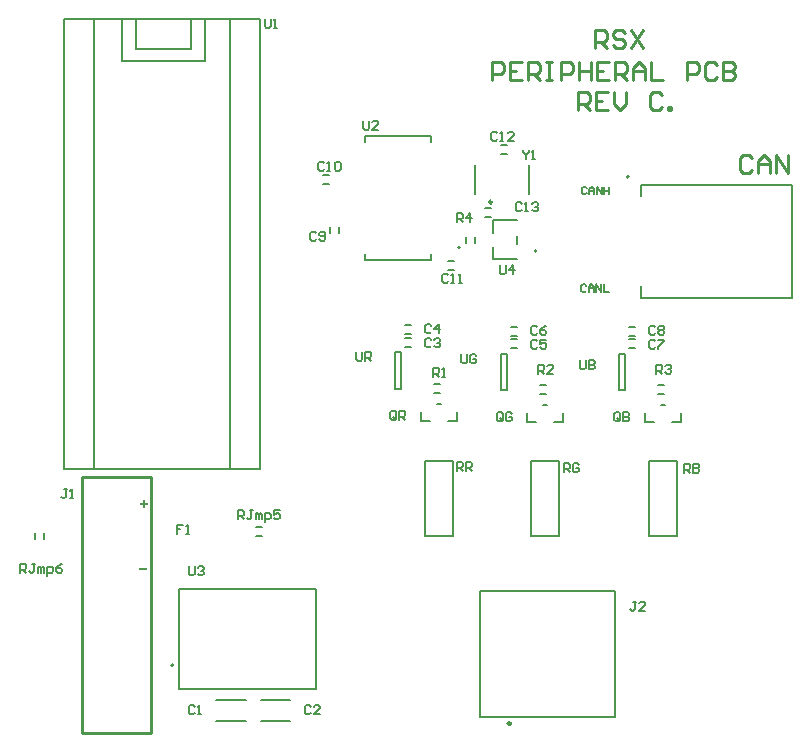
<source format=gto>
G04*
G04 #@! TF.GenerationSoftware,Altium Limited,Altium Designer,24.0.1 (36)*
G04*
G04 Layer_Color=65535*
%FSLAX44Y44*%
%MOMM*%
G71*
G04*
G04 #@! TF.SameCoordinates,B8DB1BF3-7387-46EC-A14D-9CE900C50DFE*
G04*
G04*
G04 #@! TF.FilePolarity,Positive*
G04*
G01*
G75*
%ADD10C,0.2000*%
%ADD11C,0.2500*%
%ADD12C,0.1524*%
%ADD13C,0.2540*%
%ADD14C,0.1270*%
%ADD15C,0.1778*%
%ADD16R,0.7620X0.2540*%
%ADD17R,0.2540X0.7620*%
D10*
X139700Y60700D02*
G03*
X139700Y60700I-1000J0D01*
G01*
X525300Y474500D02*
G03*
X525300Y474500I-1000J0D01*
G01*
X382487Y414267D02*
G03*
X382487Y414267I-1000J0D01*
G01*
X56990Y607900D02*
X200500D01*
X50640Y226900D02*
X211930D01*
X72230D02*
Y607900D01*
X46830Y245950D02*
Y607900D01*
Y226900D02*
Y245950D01*
Y226900D02*
X72230D01*
X46830Y607900D02*
X72230D01*
X213200Y226900D02*
Y607900D01*
X187800Y245950D02*
Y607900D01*
Y226900D02*
Y245950D01*
Y226900D02*
X213200D01*
X187800Y607900D02*
X213200D01*
X166210Y572340D02*
Y607900D01*
X96360Y572340D02*
X166210D01*
X96360D02*
Y607900D01*
X97630D01*
X154780Y582500D02*
Y607900D01*
X107790Y582500D02*
X154780D01*
X107790D02*
Y607900D01*
X395100Y459917D02*
Y483917D01*
X441100Y459917D02*
Y483917D01*
X379800Y267800D02*
Y275040D01*
X349400Y267800D02*
X356840D01*
X372360D02*
X379800D01*
X349400D02*
Y275040D01*
X362860Y281800D02*
X366340D01*
X332100Y294600D02*
Y325600D01*
X327100Y294600D02*
Y325600D01*
Y294600D02*
X332100D01*
X327100Y325600D02*
X332100D01*
X352300Y233300D02*
X376300D01*
Y170300D02*
Y233300D01*
X352300Y170300D02*
Y233300D01*
Y170300D02*
X376300D01*
X416900Y324450D02*
X421900D01*
X416900Y293450D02*
X421900D01*
X416900D02*
Y324450D01*
X421900Y293450D02*
Y324450D01*
X516700Y324450D02*
X521699D01*
X516700Y293450D02*
X521699D01*
X516700D02*
Y324450D01*
X521699Y293450D02*
Y324450D01*
X452660Y280650D02*
X456140D01*
X439200Y266650D02*
Y273890D01*
X462160Y266650D02*
X469600D01*
X439200D02*
X446640D01*
X469600D02*
Y273890D01*
X552460Y280650D02*
X555940D01*
X539000Y266650D02*
Y273890D01*
X561960Y266650D02*
X569400D01*
X539000D02*
X546440D01*
X569400D02*
Y273890D01*
X399600Y17300D02*
X513600D01*
Y123300D01*
X399600D02*
X513600D01*
X399600Y17300D02*
Y123300D01*
X442400Y170300D02*
X466400D01*
X442400D02*
Y233300D01*
X466400Y170300D02*
Y233300D01*
X442400D02*
X466400D01*
X542200Y233300D02*
X566199D01*
Y170300D02*
Y233300D01*
X542200Y170300D02*
Y233300D01*
Y170300D02*
X566199D01*
X176129Y13569D02*
X201191D01*
X176129Y31631D02*
X201191D01*
X213463Y13569D02*
X238525D01*
X213463Y31631D02*
X238525D01*
D11*
X409600Y452918D02*
G03*
X409600Y452918I-1250J0D01*
G01*
X425350Y11300D02*
G03*
X425350Y11300I-1250J0D01*
G01*
D12*
X447212Y411317D02*
G03*
X447212Y411317I-762J0D01*
G01*
X430321Y417439D02*
Y424195D01*
X410255Y437327D02*
X430321D01*
X410255Y426938D02*
Y437327D01*
Y404307D02*
X430321D01*
X410255D02*
Y414696D01*
D13*
X62151Y3716D02*
X120317D01*
X120571Y3970D01*
Y220378D01*
X62151D02*
X120571D01*
X62151Y3716D02*
Y220378D01*
X629443Y489778D02*
X626904Y492318D01*
X621826D01*
X619287Y489778D01*
Y479622D01*
X621826Y477082D01*
X626904D01*
X629443Y479622D01*
X634522Y477082D02*
Y487239D01*
X639600Y492318D01*
X644678Y487239D01*
Y477082D01*
Y484700D01*
X634522D01*
X649757Y477082D02*
Y492318D01*
X659913Y477082D01*
Y492318D01*
X496940Y583640D02*
Y598875D01*
X504557D01*
X507097Y596336D01*
Y591258D01*
X504557Y588718D01*
X496940D01*
X502018D02*
X507097Y583640D01*
X522332Y596336D02*
X519793Y598875D01*
X514714D01*
X512175Y596336D01*
Y593797D01*
X514714Y591258D01*
X519793D01*
X522332Y588718D01*
Y586179D01*
X519793Y583640D01*
X514714D01*
X512175Y586179D01*
X527410Y598875D02*
X537567Y583640D01*
Y598875D02*
X527410Y583640D01*
X481840Y530840D02*
Y546075D01*
X489458D01*
X491997Y543536D01*
Y538457D01*
X489458Y535918D01*
X481840D01*
X486918D02*
X491997Y530840D01*
X507232Y546075D02*
X497075D01*
Y530840D01*
X507232D01*
X497075Y538457D02*
X502153D01*
X512310Y546075D02*
Y535918D01*
X517388Y530840D01*
X522467Y535918D01*
Y546075D01*
X552937Y543536D02*
X550398Y546075D01*
X545320D01*
X542780Y543536D01*
Y533379D01*
X545320Y530840D01*
X550398D01*
X552937Y533379D01*
X558015Y530840D02*
Y533379D01*
X560555D01*
Y530840D01*
X558015D01*
X409840Y556340D02*
Y571575D01*
X417458D01*
X419997Y569036D01*
Y563957D01*
X417458Y561418D01*
X409840D01*
X435232Y571575D02*
X425075D01*
Y556340D01*
X435232D01*
X425075Y563957D02*
X430153D01*
X440310Y556340D02*
Y571575D01*
X447928D01*
X450467Y569036D01*
Y563957D01*
X447928Y561418D01*
X440310D01*
X445388D02*
X450467Y556340D01*
X455545Y571575D02*
X460624D01*
X458084D01*
Y556340D01*
X455545D01*
X460624D01*
X468241D02*
Y571575D01*
X475859D01*
X478398Y569036D01*
Y563957D01*
X475859Y561418D01*
X468241D01*
X483476Y571575D02*
Y556340D01*
Y563957D01*
X493633D01*
Y571575D01*
Y556340D01*
X508868Y571575D02*
X498711D01*
Y556340D01*
X508868D01*
X498711Y563957D02*
X503790D01*
X513946Y556340D02*
Y571575D01*
X521564D01*
X524103Y569036D01*
Y563957D01*
X521564Y561418D01*
X513946D01*
X519025D02*
X524103Y556340D01*
X529181D02*
Y566497D01*
X534260Y571575D01*
X539338Y566497D01*
Y556340D01*
Y563957D01*
X529181D01*
X544417Y571575D02*
Y556340D01*
X554573D01*
X574887D02*
Y571575D01*
X582504D01*
X585043Y569036D01*
Y563957D01*
X582504Y561418D01*
X574887D01*
X600278Y569036D02*
X597739Y571575D01*
X592661D01*
X590122Y569036D01*
Y558879D01*
X592661Y556340D01*
X597739D01*
X600278Y558879D01*
X605357Y571575D02*
Y556340D01*
X612974D01*
X615513Y558879D01*
Y561418D01*
X612974Y563957D01*
X605357D01*
X612974D01*
X615513Y566497D01*
Y569036D01*
X612974Y571575D01*
X605357D01*
D14*
X209260Y177510D02*
X214340D01*
X209260Y169890D02*
X214340D01*
X22290Y167260D02*
Y172340D01*
X29910Y167260D02*
Y172340D01*
X144100Y40700D02*
X260100D01*
X144100D02*
Y125700D01*
X260100D01*
Y40700D02*
Y125700D01*
X535300Y457600D02*
Y467500D01*
X663300D01*
Y371500D02*
Y467500D01*
X535300Y371500D02*
X663300D01*
X535300D02*
Y381400D01*
X301887Y504067D02*
Y509067D01*
X357887D01*
Y504067D02*
Y509067D01*
X301887Y404067D02*
Y409067D01*
Y404067D02*
X357887D01*
Y409067D01*
X403812Y447810D02*
X408892D01*
X403812Y440190D02*
X408892D01*
X525560Y339711D02*
X530640D01*
X525560Y347331D02*
X530640D01*
X525560Y336860D02*
X530640D01*
X525560Y329240D02*
X530640D01*
X425760Y329240D02*
X430840D01*
X425760Y336860D02*
X430840D01*
X425760Y347331D02*
X430840D01*
X425760Y339711D02*
X430840D01*
X335960Y348481D02*
X341040D01*
X335960Y340861D02*
X341040D01*
X335960Y330390D02*
X341040D01*
X335960Y338010D02*
X341040D01*
X417360Y500910D02*
X422440D01*
X417360Y493290D02*
X422440D01*
X360660Y291490D02*
X365740D01*
X360660Y299110D02*
X365740D01*
X371960Y402810D02*
X377040D01*
X371960Y395190D02*
X377040D01*
X394798Y418277D02*
Y423357D01*
X387178Y418277D02*
Y423357D01*
X280226Y426584D02*
Y431664D01*
X272605Y426584D02*
Y431664D01*
X266660Y468490D02*
X271740D01*
X266660Y476110D02*
X271740D01*
X450460Y297960D02*
X455540D01*
X450460Y290340D02*
X455540D01*
X550260Y297960D02*
X555340D01*
X550260Y290340D02*
X555340D01*
X489416Y382036D02*
X488358Y383094D01*
X486242D01*
X485184Y382036D01*
Y377804D01*
X486242Y376746D01*
X488358D01*
X489416Y377804D01*
X491532Y376746D02*
Y380978D01*
X493648Y383094D01*
X495764Y380978D01*
Y376746D01*
Y379920D01*
X491532D01*
X497880Y376746D02*
Y383094D01*
X502112Y376746D01*
Y383094D01*
X504228D02*
Y376746D01*
X508460D01*
X489543Y464586D02*
X488485Y465644D01*
X486369D01*
X485311Y464586D01*
Y460354D01*
X486369Y459296D01*
X488485D01*
X489543Y460354D01*
X491659Y459296D02*
Y463528D01*
X493775Y465644D01*
X495891Y463528D01*
Y459296D01*
Y462470D01*
X491659D01*
X498007Y459296D02*
Y465644D01*
X502239Y459296D01*
Y465644D01*
X504355D02*
Y459296D01*
Y462470D01*
X508587D01*
Y465644D01*
Y459296D01*
D15*
X217022Y608109D02*
Y601761D01*
X218291Y600491D01*
X220830D01*
X222100Y601761D01*
Y608109D01*
X224639Y600491D02*
X227178D01*
X225909D01*
Y608109D01*
X224639Y606839D01*
X49700Y209909D02*
X47161D01*
X48430D01*
Y203561D01*
X47161Y202291D01*
X45891D01*
X44622Y203561D01*
X52239Y202291D02*
X54778D01*
X53509D01*
Y209909D01*
X52239Y208639D01*
X148200Y179709D02*
X143122D01*
Y175900D01*
X145661D01*
X143122D01*
Y172091D01*
X150739D02*
X153278D01*
X152009D01*
Y179709D01*
X150739Y178439D01*
X194026Y184461D02*
Y192078D01*
X197835D01*
X199104Y190809D01*
Y188270D01*
X197835Y187000D01*
X194026D01*
X196565D02*
X199104Y184461D01*
X206722Y192078D02*
X204182D01*
X205452D01*
Y185730D01*
X204182Y184461D01*
X202913D01*
X201643Y185730D01*
X209261Y184461D02*
Y189539D01*
X210530D01*
X211800Y188270D01*
Y184461D01*
Y188270D01*
X213070Y189539D01*
X214339Y188270D01*
Y184461D01*
X216878Y181922D02*
Y189539D01*
X220687D01*
X221957Y188270D01*
Y185730D01*
X220687Y184461D01*
X216878D01*
X229574Y192078D02*
X224496D01*
Y188270D01*
X227035Y189539D01*
X228305D01*
X229574Y188270D01*
Y185730D01*
X228305Y184461D01*
X225765D01*
X224496Y185730D01*
X10126Y138961D02*
Y146578D01*
X13935D01*
X15204Y145309D01*
Y142770D01*
X13935Y141500D01*
X10126D01*
X12665D02*
X15204Y138961D01*
X22822Y146578D02*
X20282D01*
X21552D01*
Y140230D01*
X20282Y138961D01*
X19013D01*
X17743Y140230D01*
X25361Y138961D02*
Y144039D01*
X26630D01*
X27900Y142770D01*
Y138961D01*
Y142770D01*
X29170Y144039D01*
X30439Y142770D01*
Y138961D01*
X32978Y136422D02*
Y144039D01*
X36787D01*
X38057Y142770D01*
Y140230D01*
X36787Y138961D01*
X32978D01*
X45674Y146578D02*
X43135Y145309D01*
X40596Y142770D01*
Y140230D01*
X41866Y138961D01*
X44405D01*
X45674Y140230D01*
Y141500D01*
X44405Y142770D01*
X40596D01*
X152752Y144509D02*
Y138161D01*
X154022Y136891D01*
X156561D01*
X157830Y138161D01*
Y144509D01*
X160370Y143239D02*
X161639Y144509D01*
X164178D01*
X165448Y143239D01*
Y141970D01*
X164178Y140700D01*
X162909D01*
X164178D01*
X165448Y139430D01*
Y138161D01*
X164178Y136891D01*
X161639D01*
X160370Y138161D01*
X547563Y346814D02*
X546293Y348084D01*
X543754D01*
X542484Y346814D01*
Y341736D01*
X543754Y340466D01*
X546293D01*
X547563Y341736D01*
X550102Y346814D02*
X551371Y348084D01*
X553911D01*
X555180Y346814D01*
Y345545D01*
X553911Y344275D01*
X555180Y343006D01*
Y341736D01*
X553911Y340466D01*
X551371D01*
X550102Y341736D01*
Y343006D01*
X551371Y344275D01*
X550102Y345545D01*
Y346814D01*
X551371Y344275D02*
X553911D01*
X547530Y335039D02*
X546261Y336309D01*
X543721D01*
X542452Y335039D01*
Y329961D01*
X543721Y328691D01*
X546261D01*
X547530Y329961D01*
X550069Y336309D02*
X555148D01*
Y335039D01*
X550069Y329961D01*
Y328691D01*
X447730Y335039D02*
X446461Y336309D01*
X443922D01*
X442652Y335039D01*
Y329961D01*
X443922Y328691D01*
X446461D01*
X447730Y329961D01*
X455348Y336309D02*
X450270D01*
Y332500D01*
X452809Y333770D01*
X454078D01*
X455348Y332500D01*
Y329961D01*
X454078Y328691D01*
X451539D01*
X450270Y329961D01*
X447763Y346814D02*
X446493Y348084D01*
X443954D01*
X442684Y346814D01*
Y341736D01*
X443954Y340466D01*
X446493D01*
X447763Y341736D01*
X455380Y348084D02*
X452841Y346814D01*
X450302Y344275D01*
Y341736D01*
X451572Y340466D01*
X454111D01*
X455380Y341736D01*
Y343006D01*
X454111Y344275D01*
X450302D01*
X483852Y318809D02*
Y312461D01*
X485122Y311191D01*
X487661D01*
X488930Y312461D01*
Y318809D01*
X491470D02*
Y311191D01*
X495278D01*
X496548Y312461D01*
Y313730D01*
X495278Y315000D01*
X491470D01*
X495278D01*
X496548Y316270D01*
Y317539D01*
X495278Y318809D01*
X491470D01*
X548352Y307541D02*
Y315159D01*
X552161D01*
X553430Y313889D01*
Y311350D01*
X552161Y310081D01*
X548352D01*
X550891D02*
X553430Y307541D01*
X555969Y313889D02*
X557239Y315159D01*
X559778D01*
X561048Y313889D01*
Y312620D01*
X559778Y311350D01*
X558509D01*
X559778D01*
X561048Y310081D01*
Y308811D01*
X559778Y307541D01*
X557239D01*
X555969Y308811D01*
X518130Y268511D02*
Y273589D01*
X516861Y274859D01*
X514321D01*
X513052Y273589D01*
Y268511D01*
X514321Y267241D01*
X516861D01*
X515591Y269781D02*
X518130Y267241D01*
X516861D02*
X518130Y268511D01*
X520669Y274859D02*
Y267241D01*
X524478D01*
X525748Y268511D01*
Y269781D01*
X524478Y271050D01*
X520669D01*
X524478D01*
X525748Y272320D01*
Y273589D01*
X524478Y274859D01*
X520669D01*
X357963Y347964D02*
X356693Y349234D01*
X354154D01*
X352884Y347964D01*
Y342886D01*
X354154Y341616D01*
X356693D01*
X357963Y342886D01*
X364311Y341616D02*
Y349234D01*
X360502Y345425D01*
X365580D01*
X418330Y268511D02*
Y273589D01*
X417061Y274859D01*
X414521D01*
X413252Y273589D01*
Y268511D01*
X414521Y267241D01*
X417061D01*
X415791Y269781D02*
X418330Y267241D01*
X417061D02*
X418330Y268511D01*
X425948Y273589D02*
X424678Y274859D01*
X422139D01*
X420869Y273589D01*
Y268511D01*
X422139Y267241D01*
X424678D01*
X425948Y268511D01*
Y271050D01*
X423409D01*
X448552Y307541D02*
Y315159D01*
X452361D01*
X453630Y313889D01*
Y311350D01*
X452361Y310081D01*
X448552D01*
X451091D02*
X453630Y307541D01*
X461248D02*
X456170D01*
X461248Y312620D01*
Y313889D01*
X459978Y315159D01*
X457439D01*
X456170Y313889D01*
X383452Y324009D02*
Y317661D01*
X384722Y316391D01*
X387261D01*
X388530Y317661D01*
Y324009D01*
X396148Y322739D02*
X394878Y324009D01*
X392339D01*
X391070Y322739D01*
Y317661D01*
X392339Y316391D01*
X394878D01*
X396148Y317661D01*
Y320200D01*
X393609D01*
X415825Y399433D02*
Y393085D01*
X417095Y391815D01*
X419634D01*
X420904Y393085D01*
Y399433D01*
X427252Y391815D02*
Y399433D01*
X423443Y395624D01*
X428521D01*
X435622Y496626D02*
Y495357D01*
X438161Y492817D01*
X440700Y495357D01*
Y496626D01*
X438161Y492817D02*
Y489009D01*
X443239D02*
X445778D01*
X444509D01*
Y496626D01*
X443239Y495357D01*
X300352Y521609D02*
Y515261D01*
X301622Y513991D01*
X304161D01*
X305430Y515261D01*
Y521609D01*
X313048Y513991D02*
X307970D01*
X313048Y519070D01*
Y520339D01*
X311778Y521609D01*
X309239D01*
X307970Y520339D01*
X379652Y225291D02*
Y232909D01*
X383461D01*
X384730Y231639D01*
Y229100D01*
X383461Y227830D01*
X379652D01*
X382191D02*
X384730Y225291D01*
X387270D02*
Y232909D01*
X391078D01*
X392348Y231639D01*
Y229100D01*
X391078Y227830D01*
X387270D01*
X389809D02*
X392348Y225291D01*
X531630Y114309D02*
X529091D01*
X530361D01*
Y107961D01*
X529091Y106691D01*
X527821D01*
X526552Y107961D01*
X539248Y106691D02*
X534169D01*
X539248Y111770D01*
Y113039D01*
X537978Y114309D01*
X535439D01*
X534169Y113039D01*
X294452Y326309D02*
Y319961D01*
X295722Y318691D01*
X298261D01*
X299530Y319961D01*
Y326309D01*
X302070Y318691D02*
Y326309D01*
X305878D01*
X307148Y325039D01*
Y322500D01*
X305878Y321230D01*
X302070D01*
X304609D02*
X307148Y318691D01*
X470152Y224191D02*
Y231809D01*
X473961D01*
X475230Y230539D01*
Y228000D01*
X473961Y226730D01*
X470152D01*
X472691D02*
X475230Y224191D01*
X482848Y230539D02*
X481578Y231809D01*
X479039D01*
X477770Y230539D01*
Y225461D01*
X479039Y224191D01*
X481578D01*
X482848Y225461D01*
Y228000D01*
X480309D01*
X572152Y223691D02*
Y231309D01*
X575961D01*
X577230Y230039D01*
Y227500D01*
X575961Y226230D01*
X572152D01*
X574691D02*
X577230Y223691D01*
X579770Y231309D02*
Y223691D01*
X583578D01*
X584848Y224961D01*
Y226230D01*
X583578Y227500D01*
X579770D01*
X583578D01*
X584848Y228770D01*
Y230039D01*
X583578Y231309D01*
X579770D01*
X379552Y435691D02*
Y443309D01*
X383361D01*
X384630Y442039D01*
Y439500D01*
X383361Y438230D01*
X379552D01*
X382091D02*
X384630Y435691D01*
X390978D02*
Y443309D01*
X387170Y439500D01*
X392248D01*
X359521Y305141D02*
Y312759D01*
X363330D01*
X364600Y311489D01*
Y308950D01*
X363330Y307680D01*
X359521D01*
X362061D02*
X364600Y305141D01*
X367139D02*
X369678D01*
X368409D01*
Y312759D01*
X367139Y311489D01*
X328530Y269661D02*
Y274739D01*
X327261Y276009D01*
X324721D01*
X323452Y274739D01*
Y269661D01*
X324721Y268391D01*
X327261D01*
X325991Y270930D02*
X328530Y268391D01*
X327261D02*
X328530Y269661D01*
X331069Y268391D02*
Y276009D01*
X334878D01*
X336148Y274739D01*
Y272200D01*
X334878Y270930D01*
X331069D01*
X333609D02*
X336148Y268391D01*
X413756Y511139D02*
X412487Y512409D01*
X409948D01*
X408678Y511139D01*
Y506061D01*
X409948Y504791D01*
X412487D01*
X413756Y506061D01*
X416296Y504791D02*
X418835D01*
X417565D01*
Y512409D01*
X416296Y511139D01*
X427722Y504791D02*
X422644D01*
X427722Y509870D01*
Y511139D01*
X426452Y512409D01*
X423913D01*
X422644Y511139D01*
X434456Y451339D02*
X433187Y452609D01*
X430648D01*
X429378Y451339D01*
Y446261D01*
X430648Y444991D01*
X433187D01*
X434456Y446261D01*
X436996Y444991D02*
X439535D01*
X438265D01*
Y452609D01*
X436996Y451339D01*
X443344D02*
X444613Y452609D01*
X447152D01*
X448422Y451339D01*
Y450070D01*
X447152Y448800D01*
X445883D01*
X447152D01*
X448422Y447530D01*
Y446261D01*
X447152Y444991D01*
X444613D01*
X443344Y446261D01*
X372326Y390839D02*
X371057Y392109D01*
X368517D01*
X367248Y390839D01*
Y385761D01*
X368517Y384491D01*
X371057D01*
X372326Y385761D01*
X374865Y384491D02*
X377404D01*
X376135D01*
Y392109D01*
X374865Y390839D01*
X381213Y384491D02*
X383752D01*
X382483D01*
Y392109D01*
X381213Y390839D01*
X267473Y485652D02*
X266204Y486922D01*
X263665D01*
X262395Y485652D01*
Y480574D01*
X263665Y479304D01*
X266204D01*
X267473Y480574D01*
X270013Y479304D02*
X272552D01*
X271282D01*
Y486922D01*
X270013Y485652D01*
X276361D02*
X277630Y486922D01*
X280169D01*
X281439Y485652D01*
Y480574D01*
X280169Y479304D01*
X277630D01*
X276361Y480574D01*
Y485652D01*
X260730Y426639D02*
X259461Y427909D01*
X256922D01*
X255652Y426639D01*
Y421561D01*
X256922Y420291D01*
X259461D01*
X260730Y421561D01*
X263270D02*
X264539Y420291D01*
X267078D01*
X268348Y421561D01*
Y426639D01*
X267078Y427909D01*
X264539D01*
X263270Y426639D01*
Y425370D01*
X264539Y424100D01*
X268348D01*
X357930Y336189D02*
X356661Y337459D01*
X354122D01*
X352852Y336189D01*
Y331111D01*
X354122Y329841D01*
X356661D01*
X357930Y331111D01*
X360469Y336189D02*
X361739Y337459D01*
X364278D01*
X365548Y336189D01*
Y334920D01*
X364278Y333650D01*
X363009D01*
X364278D01*
X365548Y332380D01*
Y331111D01*
X364278Y329841D01*
X361739D01*
X360469Y331111D01*
X255930Y25439D02*
X254661Y26709D01*
X252122D01*
X250852Y25439D01*
Y20361D01*
X252122Y19091D01*
X254661D01*
X255930Y20361D01*
X263548Y19091D02*
X258470D01*
X263548Y24170D01*
Y25439D01*
X262278Y26709D01*
X259739D01*
X258470Y25439D01*
X157900Y25639D02*
X156630Y26909D01*
X154091D01*
X152822Y25639D01*
Y20561D01*
X154091Y19291D01*
X156630D01*
X157900Y20561D01*
X160439Y19291D02*
X162978D01*
X161709D01*
Y26909D01*
X160439Y25639D01*
D16*
X114475Y197391D02*
D03*
X114348Y142400D02*
D03*
D17*
X114475Y197391D02*
D03*
M02*

</source>
